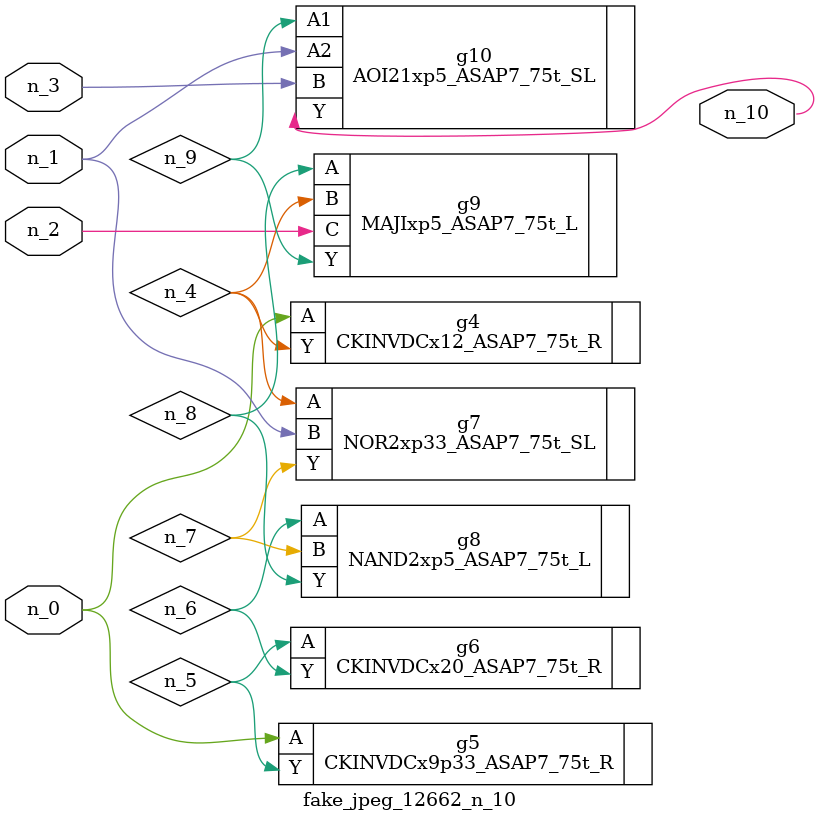
<source format=v>
module fake_jpeg_12662_n_10 (n_0, n_3, n_2, n_1, n_10);

input n_0;
input n_3;
input n_2;
input n_1;

output n_10;

wire n_4;
wire n_8;
wire n_9;
wire n_6;
wire n_5;
wire n_7;

CKINVDCx12_ASAP7_75t_R g4 ( 
.A(n_0),
.Y(n_4)
);

CKINVDCx9p33_ASAP7_75t_R g5 ( 
.A(n_0),
.Y(n_5)
);

CKINVDCx20_ASAP7_75t_R g6 ( 
.A(n_5),
.Y(n_6)
);

NAND2xp5_ASAP7_75t_L g8 ( 
.A(n_6),
.B(n_7),
.Y(n_8)
);

NOR2xp33_ASAP7_75t_SL g7 ( 
.A(n_4),
.B(n_1),
.Y(n_7)
);

MAJIxp5_ASAP7_75t_L g9 ( 
.A(n_8),
.B(n_4),
.C(n_2),
.Y(n_9)
);

AOI21xp5_ASAP7_75t_SL g10 ( 
.A1(n_9),
.A2(n_1),
.B(n_3),
.Y(n_10)
);


endmodule
</source>
